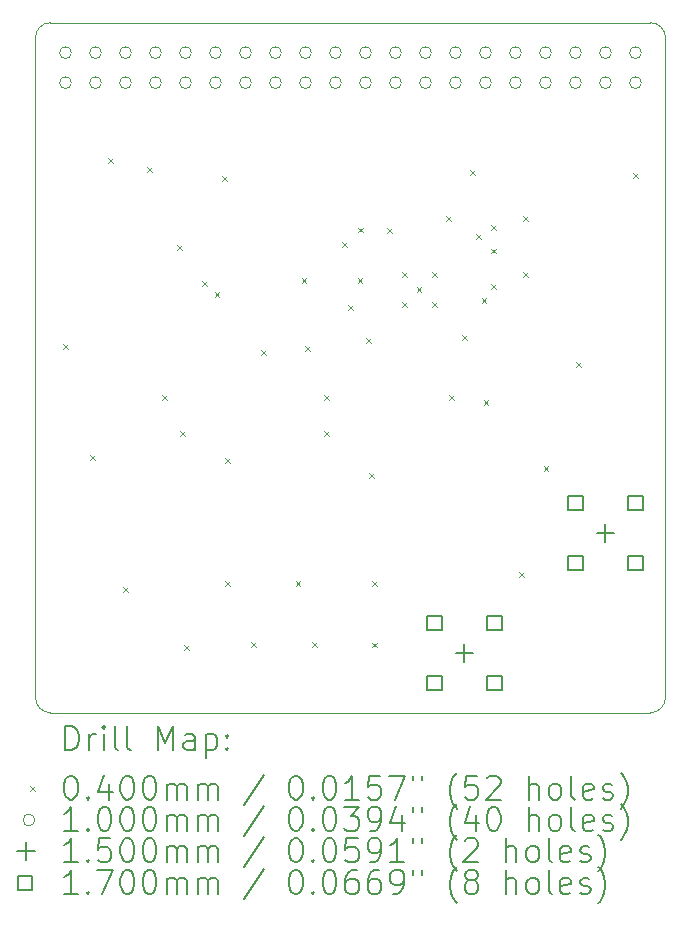
<source format=gbr>
%TF.GenerationSoftware,KiCad,Pcbnew,6.0.9-8da3e8f707~116~ubuntu20.04.1*%
%TF.CreationDate,2022-12-04T00:02:30+01:00*%
%TF.ProjectId,iqdac,69716461-632e-46b6-9963-61645f706362,rev?*%
%TF.SameCoordinates,Original*%
%TF.FileFunction,Drillmap*%
%TF.FilePolarity,Positive*%
%FSLAX45Y45*%
G04 Gerber Fmt 4.5, Leading zero omitted, Abs format (unit mm)*
G04 Created by KiCad (PCBNEW 6.0.9-8da3e8f707~116~ubuntu20.04.1) date 2022-12-04 00:02:30*
%MOMM*%
%LPD*%
G01*
G04 APERTURE LIST*
%ADD10C,0.100000*%
%ADD11C,0.200000*%
%ADD12C,0.040000*%
%ADD13C,0.150000*%
%ADD14C,0.170000*%
G04 APERTURE END LIST*
D10*
X13462000Y-10795000D02*
G75*
G03*
X13589000Y-10922000I127000J0D01*
G01*
X13462000Y-5207000D02*
X13462000Y-10795000D01*
X18796000Y-5207000D02*
G75*
G03*
X18669000Y-5080000I-127000J0D01*
G01*
X18669000Y-5080000D02*
X13589000Y-5080000D01*
X18796000Y-10795000D02*
X18796000Y-5207000D01*
X13589000Y-10922000D02*
X18669000Y-10922000D01*
X18669000Y-10922000D02*
G75*
G03*
X18796000Y-10795000I0J127000D01*
G01*
X13589000Y-5080000D02*
G75*
G03*
X13462000Y-5207000I0J-127000D01*
G01*
D11*
D12*
X13696000Y-7803200D02*
X13736000Y-7843200D01*
X13736000Y-7803200D02*
X13696000Y-7843200D01*
X13924600Y-8743000D02*
X13964600Y-8783000D01*
X13964600Y-8743000D02*
X13924600Y-8783000D01*
X14077000Y-6228400D02*
X14117000Y-6268400D01*
X14117000Y-6228400D02*
X14077000Y-6268400D01*
X14204000Y-9860600D02*
X14244000Y-9900600D01*
X14244000Y-9860600D02*
X14204000Y-9900600D01*
X14407200Y-6304600D02*
X14447200Y-6344600D01*
X14447200Y-6304600D02*
X14407200Y-6344600D01*
X14534200Y-8235000D02*
X14574200Y-8275000D01*
X14574200Y-8235000D02*
X14534200Y-8275000D01*
X14661200Y-6965000D02*
X14701200Y-7005000D01*
X14701200Y-6965000D02*
X14661200Y-7005000D01*
X14686600Y-8539800D02*
X14726600Y-8579800D01*
X14726600Y-8539800D02*
X14686600Y-8579800D01*
X14719620Y-10352110D02*
X14759620Y-10392110D01*
X14759620Y-10352110D02*
X14719620Y-10392110D01*
X14871380Y-7267150D02*
X14911380Y-7307150D01*
X14911380Y-7267150D02*
X14871380Y-7307150D01*
X14978700Y-7363780D02*
X15018700Y-7403780D01*
X15018700Y-7363780D02*
X14978700Y-7403780D01*
X15042200Y-6380800D02*
X15082200Y-6420800D01*
X15082200Y-6380800D02*
X15042200Y-6420800D01*
X15067600Y-8768400D02*
X15107600Y-8808400D01*
X15107600Y-8768400D02*
X15067600Y-8808400D01*
X15067600Y-9809800D02*
X15107600Y-9849800D01*
X15107600Y-9809800D02*
X15067600Y-9849800D01*
X15288320Y-10328000D02*
X15328320Y-10368000D01*
X15328320Y-10328000D02*
X15288320Y-10368000D01*
X15372400Y-7854000D02*
X15412400Y-7894000D01*
X15412400Y-7854000D02*
X15372400Y-7894000D01*
X15664350Y-9808550D02*
X15704350Y-9848550D01*
X15704350Y-9808550D02*
X15664350Y-9848550D01*
X15715300Y-7244400D02*
X15755300Y-7284400D01*
X15755300Y-7244400D02*
X15715300Y-7284400D01*
X15744800Y-7820000D02*
X15784800Y-7860000D01*
X15784800Y-7820000D02*
X15744800Y-7860000D01*
X15803940Y-10328000D02*
X15843940Y-10368000D01*
X15843940Y-10328000D02*
X15803940Y-10368000D01*
X15905800Y-8235000D02*
X15945800Y-8275000D01*
X15945800Y-8235000D02*
X15905800Y-8275000D01*
X15905800Y-8539800D02*
X15945800Y-8579800D01*
X15945800Y-8539800D02*
X15905800Y-8579800D01*
X16057830Y-6938410D02*
X16097830Y-6978410D01*
X16097830Y-6938410D02*
X16057830Y-6978410D01*
X16109000Y-7470000D02*
X16149000Y-7510000D01*
X16149000Y-7470000D02*
X16109000Y-7510000D01*
X16189950Y-7244400D02*
X16229950Y-7284400D01*
X16229950Y-7244400D02*
X16189950Y-7284400D01*
X16193260Y-6815760D02*
X16233260Y-6855760D01*
X16233260Y-6815760D02*
X16193260Y-6855760D01*
X16261400Y-7752400D02*
X16301400Y-7792400D01*
X16301400Y-7752400D02*
X16261400Y-7792400D01*
X16286800Y-8895400D02*
X16326800Y-8935400D01*
X16326800Y-8895400D02*
X16286800Y-8935400D01*
X16312200Y-9809800D02*
X16352200Y-9849800D01*
X16352200Y-9809800D02*
X16312200Y-9849800D01*
X16312200Y-10329250D02*
X16352200Y-10369250D01*
X16352200Y-10329250D02*
X16312200Y-10369250D01*
X16438520Y-6817670D02*
X16478520Y-6857670D01*
X16478520Y-6817670D02*
X16438520Y-6857670D01*
X16566200Y-7193600D02*
X16606200Y-7233600D01*
X16606200Y-7193600D02*
X16566200Y-7233600D01*
X16566200Y-7447600D02*
X16606200Y-7487600D01*
X16606200Y-7447600D02*
X16566200Y-7487600D01*
X16690000Y-7320000D02*
X16730000Y-7360000D01*
X16730000Y-7320000D02*
X16690000Y-7360000D01*
X16820200Y-7193600D02*
X16860200Y-7233600D01*
X16860200Y-7193600D02*
X16820200Y-7233600D01*
X16820200Y-7447600D02*
X16860200Y-7487600D01*
X16860200Y-7447600D02*
X16820200Y-7487600D01*
X16941620Y-6716440D02*
X16981620Y-6756440D01*
X16981620Y-6716440D02*
X16941620Y-6756440D01*
X16965430Y-8232420D02*
X17005430Y-8272420D01*
X17005430Y-8232420D02*
X16965430Y-8272420D01*
X17074200Y-7727000D02*
X17114200Y-7767000D01*
X17114200Y-7727000D02*
X17074200Y-7767000D01*
X17140000Y-6330000D02*
X17180000Y-6370000D01*
X17180000Y-6330000D02*
X17140000Y-6370000D01*
X17195845Y-6868755D02*
X17235845Y-6908755D01*
X17235845Y-6868755D02*
X17195845Y-6908755D01*
X17239300Y-7409500D02*
X17279300Y-7449500D01*
X17279300Y-7409500D02*
X17239300Y-7449500D01*
X17256420Y-8274510D02*
X17296420Y-8314510D01*
X17296420Y-8274510D02*
X17256420Y-8314510D01*
X17319390Y-6794050D02*
X17359390Y-6834050D01*
X17359390Y-6794050D02*
X17319390Y-6834050D01*
X17321480Y-6993000D02*
X17361480Y-7033000D01*
X17361480Y-6993000D02*
X17321480Y-7033000D01*
X17321830Y-7292530D02*
X17361830Y-7332530D01*
X17361830Y-7292530D02*
X17321830Y-7332530D01*
X17556800Y-9733600D02*
X17596800Y-9773600D01*
X17596800Y-9733600D02*
X17556800Y-9773600D01*
X17590720Y-6717510D02*
X17630720Y-6757510D01*
X17630720Y-6717510D02*
X17590720Y-6757510D01*
X17592660Y-7193620D02*
X17632660Y-7233620D01*
X17632660Y-7193620D02*
X17592660Y-7233620D01*
X17765080Y-8831900D02*
X17805080Y-8871900D01*
X17805080Y-8831900D02*
X17765080Y-8871900D01*
X18039400Y-7955600D02*
X18079400Y-7995600D01*
X18079400Y-7955600D02*
X18039400Y-7995600D01*
X18522000Y-6355400D02*
X18562000Y-6395400D01*
X18562000Y-6355400D02*
X18522000Y-6395400D01*
D10*
X13766000Y-5334000D02*
G75*
G03*
X13766000Y-5334000I-50000J0D01*
G01*
X13766000Y-5588000D02*
G75*
G03*
X13766000Y-5588000I-50000J0D01*
G01*
X14020000Y-5334000D02*
G75*
G03*
X14020000Y-5334000I-50000J0D01*
G01*
X14020000Y-5588000D02*
G75*
G03*
X14020000Y-5588000I-50000J0D01*
G01*
X14274000Y-5334000D02*
G75*
G03*
X14274000Y-5334000I-50000J0D01*
G01*
X14274000Y-5588000D02*
G75*
G03*
X14274000Y-5588000I-50000J0D01*
G01*
X14528000Y-5334000D02*
G75*
G03*
X14528000Y-5334000I-50000J0D01*
G01*
X14528000Y-5588000D02*
G75*
G03*
X14528000Y-5588000I-50000J0D01*
G01*
X14782000Y-5334000D02*
G75*
G03*
X14782000Y-5334000I-50000J0D01*
G01*
X14782000Y-5588000D02*
G75*
G03*
X14782000Y-5588000I-50000J0D01*
G01*
X15036000Y-5334000D02*
G75*
G03*
X15036000Y-5334000I-50000J0D01*
G01*
X15036000Y-5588000D02*
G75*
G03*
X15036000Y-5588000I-50000J0D01*
G01*
X15290000Y-5334000D02*
G75*
G03*
X15290000Y-5334000I-50000J0D01*
G01*
X15290000Y-5588000D02*
G75*
G03*
X15290000Y-5588000I-50000J0D01*
G01*
X15544000Y-5334000D02*
G75*
G03*
X15544000Y-5334000I-50000J0D01*
G01*
X15544000Y-5588000D02*
G75*
G03*
X15544000Y-5588000I-50000J0D01*
G01*
X15798000Y-5334000D02*
G75*
G03*
X15798000Y-5334000I-50000J0D01*
G01*
X15798000Y-5588000D02*
G75*
G03*
X15798000Y-5588000I-50000J0D01*
G01*
X16052000Y-5334000D02*
G75*
G03*
X16052000Y-5334000I-50000J0D01*
G01*
X16052000Y-5588000D02*
G75*
G03*
X16052000Y-5588000I-50000J0D01*
G01*
X16306000Y-5334000D02*
G75*
G03*
X16306000Y-5334000I-50000J0D01*
G01*
X16306000Y-5588000D02*
G75*
G03*
X16306000Y-5588000I-50000J0D01*
G01*
X16560000Y-5334000D02*
G75*
G03*
X16560000Y-5334000I-50000J0D01*
G01*
X16560000Y-5588000D02*
G75*
G03*
X16560000Y-5588000I-50000J0D01*
G01*
X16814000Y-5334000D02*
G75*
G03*
X16814000Y-5334000I-50000J0D01*
G01*
X16814000Y-5588000D02*
G75*
G03*
X16814000Y-5588000I-50000J0D01*
G01*
X17068000Y-5334000D02*
G75*
G03*
X17068000Y-5334000I-50000J0D01*
G01*
X17068000Y-5588000D02*
G75*
G03*
X17068000Y-5588000I-50000J0D01*
G01*
X17322000Y-5334000D02*
G75*
G03*
X17322000Y-5334000I-50000J0D01*
G01*
X17322000Y-5588000D02*
G75*
G03*
X17322000Y-5588000I-50000J0D01*
G01*
X17576000Y-5334000D02*
G75*
G03*
X17576000Y-5334000I-50000J0D01*
G01*
X17576000Y-5588000D02*
G75*
G03*
X17576000Y-5588000I-50000J0D01*
G01*
X17830000Y-5334000D02*
G75*
G03*
X17830000Y-5334000I-50000J0D01*
G01*
X17830000Y-5588000D02*
G75*
G03*
X17830000Y-5588000I-50000J0D01*
G01*
X18084000Y-5334000D02*
G75*
G03*
X18084000Y-5334000I-50000J0D01*
G01*
X18084000Y-5588000D02*
G75*
G03*
X18084000Y-5588000I-50000J0D01*
G01*
X18338000Y-5334000D02*
G75*
G03*
X18338000Y-5334000I-50000J0D01*
G01*
X18338000Y-5588000D02*
G75*
G03*
X18338000Y-5588000I-50000J0D01*
G01*
X18592000Y-5334000D02*
G75*
G03*
X18592000Y-5334000I-50000J0D01*
G01*
X18592000Y-5588000D02*
G75*
G03*
X18592000Y-5588000I-50000J0D01*
G01*
D13*
X17094200Y-10339000D02*
X17094200Y-10489000D01*
X17019200Y-10414000D02*
X17169200Y-10414000D01*
X18288000Y-9323000D02*
X18288000Y-9473000D01*
X18213000Y-9398000D02*
X18363000Y-9398000D01*
D14*
X16900305Y-10220105D02*
X16900305Y-10099895D01*
X16780095Y-10099895D01*
X16780095Y-10220105D01*
X16900305Y-10220105D01*
X16900305Y-10728105D02*
X16900305Y-10607895D01*
X16780095Y-10607895D01*
X16780095Y-10728105D01*
X16900305Y-10728105D01*
X17408305Y-10220105D02*
X17408305Y-10099895D01*
X17288095Y-10099895D01*
X17288095Y-10220105D01*
X17408305Y-10220105D01*
X17408305Y-10728105D02*
X17408305Y-10607895D01*
X17288095Y-10607895D01*
X17288095Y-10728105D01*
X17408305Y-10728105D01*
X18094105Y-9204105D02*
X18094105Y-9083895D01*
X17973895Y-9083895D01*
X17973895Y-9204105D01*
X18094105Y-9204105D01*
X18094105Y-9712105D02*
X18094105Y-9591895D01*
X17973895Y-9591895D01*
X17973895Y-9712105D01*
X18094105Y-9712105D01*
X18602105Y-9204105D02*
X18602105Y-9083895D01*
X18481895Y-9083895D01*
X18481895Y-9204105D01*
X18602105Y-9204105D01*
X18602105Y-9712105D02*
X18602105Y-9591895D01*
X18481895Y-9591895D01*
X18481895Y-9712105D01*
X18602105Y-9712105D01*
D11*
X13714619Y-11237476D02*
X13714619Y-11037476D01*
X13762238Y-11037476D01*
X13790809Y-11047000D01*
X13809857Y-11066048D01*
X13819381Y-11085095D01*
X13828905Y-11123190D01*
X13828905Y-11151762D01*
X13819381Y-11189857D01*
X13809857Y-11208905D01*
X13790809Y-11227952D01*
X13762238Y-11237476D01*
X13714619Y-11237476D01*
X13914619Y-11237476D02*
X13914619Y-11104143D01*
X13914619Y-11142238D02*
X13924143Y-11123190D01*
X13933667Y-11113667D01*
X13952714Y-11104143D01*
X13971762Y-11104143D01*
X14038428Y-11237476D02*
X14038428Y-11104143D01*
X14038428Y-11037476D02*
X14028905Y-11047000D01*
X14038428Y-11056524D01*
X14047952Y-11047000D01*
X14038428Y-11037476D01*
X14038428Y-11056524D01*
X14162238Y-11237476D02*
X14143190Y-11227952D01*
X14133667Y-11208905D01*
X14133667Y-11037476D01*
X14267000Y-11237476D02*
X14247952Y-11227952D01*
X14238428Y-11208905D01*
X14238428Y-11037476D01*
X14495571Y-11237476D02*
X14495571Y-11037476D01*
X14562238Y-11180333D01*
X14628905Y-11037476D01*
X14628905Y-11237476D01*
X14809857Y-11237476D02*
X14809857Y-11132714D01*
X14800333Y-11113667D01*
X14781286Y-11104143D01*
X14743190Y-11104143D01*
X14724143Y-11113667D01*
X14809857Y-11227952D02*
X14790809Y-11237476D01*
X14743190Y-11237476D01*
X14724143Y-11227952D01*
X14714619Y-11208905D01*
X14714619Y-11189857D01*
X14724143Y-11170810D01*
X14743190Y-11161286D01*
X14790809Y-11161286D01*
X14809857Y-11151762D01*
X14905095Y-11104143D02*
X14905095Y-11304143D01*
X14905095Y-11113667D02*
X14924143Y-11104143D01*
X14962238Y-11104143D01*
X14981286Y-11113667D01*
X14990809Y-11123190D01*
X15000333Y-11142238D01*
X15000333Y-11199381D01*
X14990809Y-11218428D01*
X14981286Y-11227952D01*
X14962238Y-11237476D01*
X14924143Y-11237476D01*
X14905095Y-11227952D01*
X15086048Y-11218428D02*
X15095571Y-11227952D01*
X15086048Y-11237476D01*
X15076524Y-11227952D01*
X15086048Y-11218428D01*
X15086048Y-11237476D01*
X15086048Y-11113667D02*
X15095571Y-11123190D01*
X15086048Y-11132714D01*
X15076524Y-11123190D01*
X15086048Y-11113667D01*
X15086048Y-11132714D01*
D12*
X13417000Y-11547000D02*
X13457000Y-11587000D01*
X13457000Y-11547000D02*
X13417000Y-11587000D01*
D11*
X13752714Y-11457476D02*
X13771762Y-11457476D01*
X13790809Y-11467000D01*
X13800333Y-11476524D01*
X13809857Y-11495571D01*
X13819381Y-11533667D01*
X13819381Y-11581286D01*
X13809857Y-11619381D01*
X13800333Y-11638428D01*
X13790809Y-11647952D01*
X13771762Y-11657476D01*
X13752714Y-11657476D01*
X13733667Y-11647952D01*
X13724143Y-11638428D01*
X13714619Y-11619381D01*
X13705095Y-11581286D01*
X13705095Y-11533667D01*
X13714619Y-11495571D01*
X13724143Y-11476524D01*
X13733667Y-11467000D01*
X13752714Y-11457476D01*
X13905095Y-11638428D02*
X13914619Y-11647952D01*
X13905095Y-11657476D01*
X13895571Y-11647952D01*
X13905095Y-11638428D01*
X13905095Y-11657476D01*
X14086048Y-11524143D02*
X14086048Y-11657476D01*
X14038428Y-11447952D02*
X13990809Y-11590809D01*
X14114619Y-11590809D01*
X14228905Y-11457476D02*
X14247952Y-11457476D01*
X14267000Y-11467000D01*
X14276524Y-11476524D01*
X14286048Y-11495571D01*
X14295571Y-11533667D01*
X14295571Y-11581286D01*
X14286048Y-11619381D01*
X14276524Y-11638428D01*
X14267000Y-11647952D01*
X14247952Y-11657476D01*
X14228905Y-11657476D01*
X14209857Y-11647952D01*
X14200333Y-11638428D01*
X14190809Y-11619381D01*
X14181286Y-11581286D01*
X14181286Y-11533667D01*
X14190809Y-11495571D01*
X14200333Y-11476524D01*
X14209857Y-11467000D01*
X14228905Y-11457476D01*
X14419381Y-11457476D02*
X14438428Y-11457476D01*
X14457476Y-11467000D01*
X14467000Y-11476524D01*
X14476524Y-11495571D01*
X14486048Y-11533667D01*
X14486048Y-11581286D01*
X14476524Y-11619381D01*
X14467000Y-11638428D01*
X14457476Y-11647952D01*
X14438428Y-11657476D01*
X14419381Y-11657476D01*
X14400333Y-11647952D01*
X14390809Y-11638428D01*
X14381286Y-11619381D01*
X14371762Y-11581286D01*
X14371762Y-11533667D01*
X14381286Y-11495571D01*
X14390809Y-11476524D01*
X14400333Y-11467000D01*
X14419381Y-11457476D01*
X14571762Y-11657476D02*
X14571762Y-11524143D01*
X14571762Y-11543190D02*
X14581286Y-11533667D01*
X14600333Y-11524143D01*
X14628905Y-11524143D01*
X14647952Y-11533667D01*
X14657476Y-11552714D01*
X14657476Y-11657476D01*
X14657476Y-11552714D02*
X14667000Y-11533667D01*
X14686048Y-11524143D01*
X14714619Y-11524143D01*
X14733667Y-11533667D01*
X14743190Y-11552714D01*
X14743190Y-11657476D01*
X14838428Y-11657476D02*
X14838428Y-11524143D01*
X14838428Y-11543190D02*
X14847952Y-11533667D01*
X14867000Y-11524143D01*
X14895571Y-11524143D01*
X14914619Y-11533667D01*
X14924143Y-11552714D01*
X14924143Y-11657476D01*
X14924143Y-11552714D02*
X14933667Y-11533667D01*
X14952714Y-11524143D01*
X14981286Y-11524143D01*
X15000333Y-11533667D01*
X15009857Y-11552714D01*
X15009857Y-11657476D01*
X15400333Y-11447952D02*
X15228905Y-11705095D01*
X15657476Y-11457476D02*
X15676524Y-11457476D01*
X15695571Y-11467000D01*
X15705095Y-11476524D01*
X15714619Y-11495571D01*
X15724143Y-11533667D01*
X15724143Y-11581286D01*
X15714619Y-11619381D01*
X15705095Y-11638428D01*
X15695571Y-11647952D01*
X15676524Y-11657476D01*
X15657476Y-11657476D01*
X15638428Y-11647952D01*
X15628905Y-11638428D01*
X15619381Y-11619381D01*
X15609857Y-11581286D01*
X15609857Y-11533667D01*
X15619381Y-11495571D01*
X15628905Y-11476524D01*
X15638428Y-11467000D01*
X15657476Y-11457476D01*
X15809857Y-11638428D02*
X15819381Y-11647952D01*
X15809857Y-11657476D01*
X15800333Y-11647952D01*
X15809857Y-11638428D01*
X15809857Y-11657476D01*
X15943190Y-11457476D02*
X15962238Y-11457476D01*
X15981286Y-11467000D01*
X15990809Y-11476524D01*
X16000333Y-11495571D01*
X16009857Y-11533667D01*
X16009857Y-11581286D01*
X16000333Y-11619381D01*
X15990809Y-11638428D01*
X15981286Y-11647952D01*
X15962238Y-11657476D01*
X15943190Y-11657476D01*
X15924143Y-11647952D01*
X15914619Y-11638428D01*
X15905095Y-11619381D01*
X15895571Y-11581286D01*
X15895571Y-11533667D01*
X15905095Y-11495571D01*
X15914619Y-11476524D01*
X15924143Y-11467000D01*
X15943190Y-11457476D01*
X16200333Y-11657476D02*
X16086048Y-11657476D01*
X16143190Y-11657476D02*
X16143190Y-11457476D01*
X16124143Y-11486048D01*
X16105095Y-11505095D01*
X16086048Y-11514619D01*
X16381286Y-11457476D02*
X16286048Y-11457476D01*
X16276524Y-11552714D01*
X16286048Y-11543190D01*
X16305095Y-11533667D01*
X16352714Y-11533667D01*
X16371762Y-11543190D01*
X16381286Y-11552714D01*
X16390809Y-11571762D01*
X16390809Y-11619381D01*
X16381286Y-11638428D01*
X16371762Y-11647952D01*
X16352714Y-11657476D01*
X16305095Y-11657476D01*
X16286048Y-11647952D01*
X16276524Y-11638428D01*
X16457476Y-11457476D02*
X16590809Y-11457476D01*
X16505095Y-11657476D01*
X16657476Y-11457476D02*
X16657476Y-11495571D01*
X16733667Y-11457476D02*
X16733667Y-11495571D01*
X17028905Y-11733667D02*
X17019381Y-11724143D01*
X17000333Y-11695571D01*
X16990810Y-11676524D01*
X16981286Y-11647952D01*
X16971762Y-11600333D01*
X16971762Y-11562238D01*
X16981286Y-11514619D01*
X16990810Y-11486048D01*
X17000333Y-11467000D01*
X17019381Y-11438428D01*
X17028905Y-11428905D01*
X17200333Y-11457476D02*
X17105095Y-11457476D01*
X17095571Y-11552714D01*
X17105095Y-11543190D01*
X17124143Y-11533667D01*
X17171762Y-11533667D01*
X17190810Y-11543190D01*
X17200333Y-11552714D01*
X17209857Y-11571762D01*
X17209857Y-11619381D01*
X17200333Y-11638428D01*
X17190810Y-11647952D01*
X17171762Y-11657476D01*
X17124143Y-11657476D01*
X17105095Y-11647952D01*
X17095571Y-11638428D01*
X17286048Y-11476524D02*
X17295571Y-11467000D01*
X17314619Y-11457476D01*
X17362238Y-11457476D01*
X17381286Y-11467000D01*
X17390810Y-11476524D01*
X17400333Y-11495571D01*
X17400333Y-11514619D01*
X17390810Y-11543190D01*
X17276524Y-11657476D01*
X17400333Y-11657476D01*
X17638429Y-11657476D02*
X17638429Y-11457476D01*
X17724143Y-11657476D02*
X17724143Y-11552714D01*
X17714619Y-11533667D01*
X17695571Y-11524143D01*
X17667000Y-11524143D01*
X17647952Y-11533667D01*
X17638429Y-11543190D01*
X17847952Y-11657476D02*
X17828905Y-11647952D01*
X17819381Y-11638428D01*
X17809857Y-11619381D01*
X17809857Y-11562238D01*
X17819381Y-11543190D01*
X17828905Y-11533667D01*
X17847952Y-11524143D01*
X17876524Y-11524143D01*
X17895571Y-11533667D01*
X17905095Y-11543190D01*
X17914619Y-11562238D01*
X17914619Y-11619381D01*
X17905095Y-11638428D01*
X17895571Y-11647952D01*
X17876524Y-11657476D01*
X17847952Y-11657476D01*
X18028905Y-11657476D02*
X18009857Y-11647952D01*
X18000333Y-11628905D01*
X18000333Y-11457476D01*
X18181286Y-11647952D02*
X18162238Y-11657476D01*
X18124143Y-11657476D01*
X18105095Y-11647952D01*
X18095571Y-11628905D01*
X18095571Y-11552714D01*
X18105095Y-11533667D01*
X18124143Y-11524143D01*
X18162238Y-11524143D01*
X18181286Y-11533667D01*
X18190810Y-11552714D01*
X18190810Y-11571762D01*
X18095571Y-11590809D01*
X18267000Y-11647952D02*
X18286048Y-11657476D01*
X18324143Y-11657476D01*
X18343190Y-11647952D01*
X18352714Y-11628905D01*
X18352714Y-11619381D01*
X18343190Y-11600333D01*
X18324143Y-11590809D01*
X18295571Y-11590809D01*
X18276524Y-11581286D01*
X18267000Y-11562238D01*
X18267000Y-11552714D01*
X18276524Y-11533667D01*
X18295571Y-11524143D01*
X18324143Y-11524143D01*
X18343190Y-11533667D01*
X18419381Y-11733667D02*
X18428905Y-11724143D01*
X18447952Y-11695571D01*
X18457476Y-11676524D01*
X18467000Y-11647952D01*
X18476524Y-11600333D01*
X18476524Y-11562238D01*
X18467000Y-11514619D01*
X18457476Y-11486048D01*
X18447952Y-11467000D01*
X18428905Y-11438428D01*
X18419381Y-11428905D01*
D10*
X13457000Y-11831000D02*
G75*
G03*
X13457000Y-11831000I-50000J0D01*
G01*
D11*
X13819381Y-11921476D02*
X13705095Y-11921476D01*
X13762238Y-11921476D02*
X13762238Y-11721476D01*
X13743190Y-11750048D01*
X13724143Y-11769095D01*
X13705095Y-11778619D01*
X13905095Y-11902428D02*
X13914619Y-11911952D01*
X13905095Y-11921476D01*
X13895571Y-11911952D01*
X13905095Y-11902428D01*
X13905095Y-11921476D01*
X14038428Y-11721476D02*
X14057476Y-11721476D01*
X14076524Y-11731000D01*
X14086048Y-11740524D01*
X14095571Y-11759571D01*
X14105095Y-11797667D01*
X14105095Y-11845286D01*
X14095571Y-11883381D01*
X14086048Y-11902428D01*
X14076524Y-11911952D01*
X14057476Y-11921476D01*
X14038428Y-11921476D01*
X14019381Y-11911952D01*
X14009857Y-11902428D01*
X14000333Y-11883381D01*
X13990809Y-11845286D01*
X13990809Y-11797667D01*
X14000333Y-11759571D01*
X14009857Y-11740524D01*
X14019381Y-11731000D01*
X14038428Y-11721476D01*
X14228905Y-11721476D02*
X14247952Y-11721476D01*
X14267000Y-11731000D01*
X14276524Y-11740524D01*
X14286048Y-11759571D01*
X14295571Y-11797667D01*
X14295571Y-11845286D01*
X14286048Y-11883381D01*
X14276524Y-11902428D01*
X14267000Y-11911952D01*
X14247952Y-11921476D01*
X14228905Y-11921476D01*
X14209857Y-11911952D01*
X14200333Y-11902428D01*
X14190809Y-11883381D01*
X14181286Y-11845286D01*
X14181286Y-11797667D01*
X14190809Y-11759571D01*
X14200333Y-11740524D01*
X14209857Y-11731000D01*
X14228905Y-11721476D01*
X14419381Y-11721476D02*
X14438428Y-11721476D01*
X14457476Y-11731000D01*
X14467000Y-11740524D01*
X14476524Y-11759571D01*
X14486048Y-11797667D01*
X14486048Y-11845286D01*
X14476524Y-11883381D01*
X14467000Y-11902428D01*
X14457476Y-11911952D01*
X14438428Y-11921476D01*
X14419381Y-11921476D01*
X14400333Y-11911952D01*
X14390809Y-11902428D01*
X14381286Y-11883381D01*
X14371762Y-11845286D01*
X14371762Y-11797667D01*
X14381286Y-11759571D01*
X14390809Y-11740524D01*
X14400333Y-11731000D01*
X14419381Y-11721476D01*
X14571762Y-11921476D02*
X14571762Y-11788143D01*
X14571762Y-11807190D02*
X14581286Y-11797667D01*
X14600333Y-11788143D01*
X14628905Y-11788143D01*
X14647952Y-11797667D01*
X14657476Y-11816714D01*
X14657476Y-11921476D01*
X14657476Y-11816714D02*
X14667000Y-11797667D01*
X14686048Y-11788143D01*
X14714619Y-11788143D01*
X14733667Y-11797667D01*
X14743190Y-11816714D01*
X14743190Y-11921476D01*
X14838428Y-11921476D02*
X14838428Y-11788143D01*
X14838428Y-11807190D02*
X14847952Y-11797667D01*
X14867000Y-11788143D01*
X14895571Y-11788143D01*
X14914619Y-11797667D01*
X14924143Y-11816714D01*
X14924143Y-11921476D01*
X14924143Y-11816714D02*
X14933667Y-11797667D01*
X14952714Y-11788143D01*
X14981286Y-11788143D01*
X15000333Y-11797667D01*
X15009857Y-11816714D01*
X15009857Y-11921476D01*
X15400333Y-11711952D02*
X15228905Y-11969095D01*
X15657476Y-11721476D02*
X15676524Y-11721476D01*
X15695571Y-11731000D01*
X15705095Y-11740524D01*
X15714619Y-11759571D01*
X15724143Y-11797667D01*
X15724143Y-11845286D01*
X15714619Y-11883381D01*
X15705095Y-11902428D01*
X15695571Y-11911952D01*
X15676524Y-11921476D01*
X15657476Y-11921476D01*
X15638428Y-11911952D01*
X15628905Y-11902428D01*
X15619381Y-11883381D01*
X15609857Y-11845286D01*
X15609857Y-11797667D01*
X15619381Y-11759571D01*
X15628905Y-11740524D01*
X15638428Y-11731000D01*
X15657476Y-11721476D01*
X15809857Y-11902428D02*
X15819381Y-11911952D01*
X15809857Y-11921476D01*
X15800333Y-11911952D01*
X15809857Y-11902428D01*
X15809857Y-11921476D01*
X15943190Y-11721476D02*
X15962238Y-11721476D01*
X15981286Y-11731000D01*
X15990809Y-11740524D01*
X16000333Y-11759571D01*
X16009857Y-11797667D01*
X16009857Y-11845286D01*
X16000333Y-11883381D01*
X15990809Y-11902428D01*
X15981286Y-11911952D01*
X15962238Y-11921476D01*
X15943190Y-11921476D01*
X15924143Y-11911952D01*
X15914619Y-11902428D01*
X15905095Y-11883381D01*
X15895571Y-11845286D01*
X15895571Y-11797667D01*
X15905095Y-11759571D01*
X15914619Y-11740524D01*
X15924143Y-11731000D01*
X15943190Y-11721476D01*
X16076524Y-11721476D02*
X16200333Y-11721476D01*
X16133667Y-11797667D01*
X16162238Y-11797667D01*
X16181286Y-11807190D01*
X16190809Y-11816714D01*
X16200333Y-11835762D01*
X16200333Y-11883381D01*
X16190809Y-11902428D01*
X16181286Y-11911952D01*
X16162238Y-11921476D01*
X16105095Y-11921476D01*
X16086048Y-11911952D01*
X16076524Y-11902428D01*
X16295571Y-11921476D02*
X16333667Y-11921476D01*
X16352714Y-11911952D01*
X16362238Y-11902428D01*
X16381286Y-11873857D01*
X16390809Y-11835762D01*
X16390809Y-11759571D01*
X16381286Y-11740524D01*
X16371762Y-11731000D01*
X16352714Y-11721476D01*
X16314619Y-11721476D01*
X16295571Y-11731000D01*
X16286048Y-11740524D01*
X16276524Y-11759571D01*
X16276524Y-11807190D01*
X16286048Y-11826238D01*
X16295571Y-11835762D01*
X16314619Y-11845286D01*
X16352714Y-11845286D01*
X16371762Y-11835762D01*
X16381286Y-11826238D01*
X16390809Y-11807190D01*
X16562238Y-11788143D02*
X16562238Y-11921476D01*
X16514619Y-11711952D02*
X16467000Y-11854809D01*
X16590809Y-11854809D01*
X16657476Y-11721476D02*
X16657476Y-11759571D01*
X16733667Y-11721476D02*
X16733667Y-11759571D01*
X17028905Y-11997667D02*
X17019381Y-11988143D01*
X17000333Y-11959571D01*
X16990810Y-11940524D01*
X16981286Y-11911952D01*
X16971762Y-11864333D01*
X16971762Y-11826238D01*
X16981286Y-11778619D01*
X16990810Y-11750048D01*
X17000333Y-11731000D01*
X17019381Y-11702428D01*
X17028905Y-11692905D01*
X17190810Y-11788143D02*
X17190810Y-11921476D01*
X17143190Y-11711952D02*
X17095571Y-11854809D01*
X17219381Y-11854809D01*
X17333667Y-11721476D02*
X17352714Y-11721476D01*
X17371762Y-11731000D01*
X17381286Y-11740524D01*
X17390810Y-11759571D01*
X17400333Y-11797667D01*
X17400333Y-11845286D01*
X17390810Y-11883381D01*
X17381286Y-11902428D01*
X17371762Y-11911952D01*
X17352714Y-11921476D01*
X17333667Y-11921476D01*
X17314619Y-11911952D01*
X17305095Y-11902428D01*
X17295571Y-11883381D01*
X17286048Y-11845286D01*
X17286048Y-11797667D01*
X17295571Y-11759571D01*
X17305095Y-11740524D01*
X17314619Y-11731000D01*
X17333667Y-11721476D01*
X17638429Y-11921476D02*
X17638429Y-11721476D01*
X17724143Y-11921476D02*
X17724143Y-11816714D01*
X17714619Y-11797667D01*
X17695571Y-11788143D01*
X17667000Y-11788143D01*
X17647952Y-11797667D01*
X17638429Y-11807190D01*
X17847952Y-11921476D02*
X17828905Y-11911952D01*
X17819381Y-11902428D01*
X17809857Y-11883381D01*
X17809857Y-11826238D01*
X17819381Y-11807190D01*
X17828905Y-11797667D01*
X17847952Y-11788143D01*
X17876524Y-11788143D01*
X17895571Y-11797667D01*
X17905095Y-11807190D01*
X17914619Y-11826238D01*
X17914619Y-11883381D01*
X17905095Y-11902428D01*
X17895571Y-11911952D01*
X17876524Y-11921476D01*
X17847952Y-11921476D01*
X18028905Y-11921476D02*
X18009857Y-11911952D01*
X18000333Y-11892905D01*
X18000333Y-11721476D01*
X18181286Y-11911952D02*
X18162238Y-11921476D01*
X18124143Y-11921476D01*
X18105095Y-11911952D01*
X18095571Y-11892905D01*
X18095571Y-11816714D01*
X18105095Y-11797667D01*
X18124143Y-11788143D01*
X18162238Y-11788143D01*
X18181286Y-11797667D01*
X18190810Y-11816714D01*
X18190810Y-11835762D01*
X18095571Y-11854809D01*
X18267000Y-11911952D02*
X18286048Y-11921476D01*
X18324143Y-11921476D01*
X18343190Y-11911952D01*
X18352714Y-11892905D01*
X18352714Y-11883381D01*
X18343190Y-11864333D01*
X18324143Y-11854809D01*
X18295571Y-11854809D01*
X18276524Y-11845286D01*
X18267000Y-11826238D01*
X18267000Y-11816714D01*
X18276524Y-11797667D01*
X18295571Y-11788143D01*
X18324143Y-11788143D01*
X18343190Y-11797667D01*
X18419381Y-11997667D02*
X18428905Y-11988143D01*
X18447952Y-11959571D01*
X18457476Y-11940524D01*
X18467000Y-11911952D01*
X18476524Y-11864333D01*
X18476524Y-11826238D01*
X18467000Y-11778619D01*
X18457476Y-11750048D01*
X18447952Y-11731000D01*
X18428905Y-11702428D01*
X18419381Y-11692905D01*
D13*
X13382000Y-12020000D02*
X13382000Y-12170000D01*
X13307000Y-12095000D02*
X13457000Y-12095000D01*
D11*
X13819381Y-12185476D02*
X13705095Y-12185476D01*
X13762238Y-12185476D02*
X13762238Y-11985476D01*
X13743190Y-12014048D01*
X13724143Y-12033095D01*
X13705095Y-12042619D01*
X13905095Y-12166428D02*
X13914619Y-12175952D01*
X13905095Y-12185476D01*
X13895571Y-12175952D01*
X13905095Y-12166428D01*
X13905095Y-12185476D01*
X14095571Y-11985476D02*
X14000333Y-11985476D01*
X13990809Y-12080714D01*
X14000333Y-12071190D01*
X14019381Y-12061667D01*
X14067000Y-12061667D01*
X14086048Y-12071190D01*
X14095571Y-12080714D01*
X14105095Y-12099762D01*
X14105095Y-12147381D01*
X14095571Y-12166428D01*
X14086048Y-12175952D01*
X14067000Y-12185476D01*
X14019381Y-12185476D01*
X14000333Y-12175952D01*
X13990809Y-12166428D01*
X14228905Y-11985476D02*
X14247952Y-11985476D01*
X14267000Y-11995000D01*
X14276524Y-12004524D01*
X14286048Y-12023571D01*
X14295571Y-12061667D01*
X14295571Y-12109286D01*
X14286048Y-12147381D01*
X14276524Y-12166428D01*
X14267000Y-12175952D01*
X14247952Y-12185476D01*
X14228905Y-12185476D01*
X14209857Y-12175952D01*
X14200333Y-12166428D01*
X14190809Y-12147381D01*
X14181286Y-12109286D01*
X14181286Y-12061667D01*
X14190809Y-12023571D01*
X14200333Y-12004524D01*
X14209857Y-11995000D01*
X14228905Y-11985476D01*
X14419381Y-11985476D02*
X14438428Y-11985476D01*
X14457476Y-11995000D01*
X14467000Y-12004524D01*
X14476524Y-12023571D01*
X14486048Y-12061667D01*
X14486048Y-12109286D01*
X14476524Y-12147381D01*
X14467000Y-12166428D01*
X14457476Y-12175952D01*
X14438428Y-12185476D01*
X14419381Y-12185476D01*
X14400333Y-12175952D01*
X14390809Y-12166428D01*
X14381286Y-12147381D01*
X14371762Y-12109286D01*
X14371762Y-12061667D01*
X14381286Y-12023571D01*
X14390809Y-12004524D01*
X14400333Y-11995000D01*
X14419381Y-11985476D01*
X14571762Y-12185476D02*
X14571762Y-12052143D01*
X14571762Y-12071190D02*
X14581286Y-12061667D01*
X14600333Y-12052143D01*
X14628905Y-12052143D01*
X14647952Y-12061667D01*
X14657476Y-12080714D01*
X14657476Y-12185476D01*
X14657476Y-12080714D02*
X14667000Y-12061667D01*
X14686048Y-12052143D01*
X14714619Y-12052143D01*
X14733667Y-12061667D01*
X14743190Y-12080714D01*
X14743190Y-12185476D01*
X14838428Y-12185476D02*
X14838428Y-12052143D01*
X14838428Y-12071190D02*
X14847952Y-12061667D01*
X14867000Y-12052143D01*
X14895571Y-12052143D01*
X14914619Y-12061667D01*
X14924143Y-12080714D01*
X14924143Y-12185476D01*
X14924143Y-12080714D02*
X14933667Y-12061667D01*
X14952714Y-12052143D01*
X14981286Y-12052143D01*
X15000333Y-12061667D01*
X15009857Y-12080714D01*
X15009857Y-12185476D01*
X15400333Y-11975952D02*
X15228905Y-12233095D01*
X15657476Y-11985476D02*
X15676524Y-11985476D01*
X15695571Y-11995000D01*
X15705095Y-12004524D01*
X15714619Y-12023571D01*
X15724143Y-12061667D01*
X15724143Y-12109286D01*
X15714619Y-12147381D01*
X15705095Y-12166428D01*
X15695571Y-12175952D01*
X15676524Y-12185476D01*
X15657476Y-12185476D01*
X15638428Y-12175952D01*
X15628905Y-12166428D01*
X15619381Y-12147381D01*
X15609857Y-12109286D01*
X15609857Y-12061667D01*
X15619381Y-12023571D01*
X15628905Y-12004524D01*
X15638428Y-11995000D01*
X15657476Y-11985476D01*
X15809857Y-12166428D02*
X15819381Y-12175952D01*
X15809857Y-12185476D01*
X15800333Y-12175952D01*
X15809857Y-12166428D01*
X15809857Y-12185476D01*
X15943190Y-11985476D02*
X15962238Y-11985476D01*
X15981286Y-11995000D01*
X15990809Y-12004524D01*
X16000333Y-12023571D01*
X16009857Y-12061667D01*
X16009857Y-12109286D01*
X16000333Y-12147381D01*
X15990809Y-12166428D01*
X15981286Y-12175952D01*
X15962238Y-12185476D01*
X15943190Y-12185476D01*
X15924143Y-12175952D01*
X15914619Y-12166428D01*
X15905095Y-12147381D01*
X15895571Y-12109286D01*
X15895571Y-12061667D01*
X15905095Y-12023571D01*
X15914619Y-12004524D01*
X15924143Y-11995000D01*
X15943190Y-11985476D01*
X16190809Y-11985476D02*
X16095571Y-11985476D01*
X16086048Y-12080714D01*
X16095571Y-12071190D01*
X16114619Y-12061667D01*
X16162238Y-12061667D01*
X16181286Y-12071190D01*
X16190809Y-12080714D01*
X16200333Y-12099762D01*
X16200333Y-12147381D01*
X16190809Y-12166428D01*
X16181286Y-12175952D01*
X16162238Y-12185476D01*
X16114619Y-12185476D01*
X16095571Y-12175952D01*
X16086048Y-12166428D01*
X16295571Y-12185476D02*
X16333667Y-12185476D01*
X16352714Y-12175952D01*
X16362238Y-12166428D01*
X16381286Y-12137857D01*
X16390809Y-12099762D01*
X16390809Y-12023571D01*
X16381286Y-12004524D01*
X16371762Y-11995000D01*
X16352714Y-11985476D01*
X16314619Y-11985476D01*
X16295571Y-11995000D01*
X16286048Y-12004524D01*
X16276524Y-12023571D01*
X16276524Y-12071190D01*
X16286048Y-12090238D01*
X16295571Y-12099762D01*
X16314619Y-12109286D01*
X16352714Y-12109286D01*
X16371762Y-12099762D01*
X16381286Y-12090238D01*
X16390809Y-12071190D01*
X16581286Y-12185476D02*
X16467000Y-12185476D01*
X16524143Y-12185476D02*
X16524143Y-11985476D01*
X16505095Y-12014048D01*
X16486048Y-12033095D01*
X16467000Y-12042619D01*
X16657476Y-11985476D02*
X16657476Y-12023571D01*
X16733667Y-11985476D02*
X16733667Y-12023571D01*
X17028905Y-12261667D02*
X17019381Y-12252143D01*
X17000333Y-12223571D01*
X16990810Y-12204524D01*
X16981286Y-12175952D01*
X16971762Y-12128333D01*
X16971762Y-12090238D01*
X16981286Y-12042619D01*
X16990810Y-12014048D01*
X17000333Y-11995000D01*
X17019381Y-11966428D01*
X17028905Y-11956905D01*
X17095571Y-12004524D02*
X17105095Y-11995000D01*
X17124143Y-11985476D01*
X17171762Y-11985476D01*
X17190810Y-11995000D01*
X17200333Y-12004524D01*
X17209857Y-12023571D01*
X17209857Y-12042619D01*
X17200333Y-12071190D01*
X17086048Y-12185476D01*
X17209857Y-12185476D01*
X17447952Y-12185476D02*
X17447952Y-11985476D01*
X17533667Y-12185476D02*
X17533667Y-12080714D01*
X17524143Y-12061667D01*
X17505095Y-12052143D01*
X17476524Y-12052143D01*
X17457476Y-12061667D01*
X17447952Y-12071190D01*
X17657476Y-12185476D02*
X17638429Y-12175952D01*
X17628905Y-12166428D01*
X17619381Y-12147381D01*
X17619381Y-12090238D01*
X17628905Y-12071190D01*
X17638429Y-12061667D01*
X17657476Y-12052143D01*
X17686048Y-12052143D01*
X17705095Y-12061667D01*
X17714619Y-12071190D01*
X17724143Y-12090238D01*
X17724143Y-12147381D01*
X17714619Y-12166428D01*
X17705095Y-12175952D01*
X17686048Y-12185476D01*
X17657476Y-12185476D01*
X17838429Y-12185476D02*
X17819381Y-12175952D01*
X17809857Y-12156905D01*
X17809857Y-11985476D01*
X17990810Y-12175952D02*
X17971762Y-12185476D01*
X17933667Y-12185476D01*
X17914619Y-12175952D01*
X17905095Y-12156905D01*
X17905095Y-12080714D01*
X17914619Y-12061667D01*
X17933667Y-12052143D01*
X17971762Y-12052143D01*
X17990810Y-12061667D01*
X18000333Y-12080714D01*
X18000333Y-12099762D01*
X17905095Y-12118809D01*
X18076524Y-12175952D02*
X18095571Y-12185476D01*
X18133667Y-12185476D01*
X18152714Y-12175952D01*
X18162238Y-12156905D01*
X18162238Y-12147381D01*
X18152714Y-12128333D01*
X18133667Y-12118809D01*
X18105095Y-12118809D01*
X18086048Y-12109286D01*
X18076524Y-12090238D01*
X18076524Y-12080714D01*
X18086048Y-12061667D01*
X18105095Y-12052143D01*
X18133667Y-12052143D01*
X18152714Y-12061667D01*
X18228905Y-12261667D02*
X18238429Y-12252143D01*
X18257476Y-12223571D01*
X18267000Y-12204524D01*
X18276524Y-12175952D01*
X18286048Y-12128333D01*
X18286048Y-12090238D01*
X18276524Y-12042619D01*
X18267000Y-12014048D01*
X18257476Y-11995000D01*
X18238429Y-11966428D01*
X18228905Y-11956905D01*
D14*
X13432105Y-12425105D02*
X13432105Y-12304895D01*
X13311895Y-12304895D01*
X13311895Y-12425105D01*
X13432105Y-12425105D01*
D11*
X13819381Y-12455476D02*
X13705095Y-12455476D01*
X13762238Y-12455476D02*
X13762238Y-12255476D01*
X13743190Y-12284048D01*
X13724143Y-12303095D01*
X13705095Y-12312619D01*
X13905095Y-12436428D02*
X13914619Y-12445952D01*
X13905095Y-12455476D01*
X13895571Y-12445952D01*
X13905095Y-12436428D01*
X13905095Y-12455476D01*
X13981286Y-12255476D02*
X14114619Y-12255476D01*
X14028905Y-12455476D01*
X14228905Y-12255476D02*
X14247952Y-12255476D01*
X14267000Y-12265000D01*
X14276524Y-12274524D01*
X14286048Y-12293571D01*
X14295571Y-12331667D01*
X14295571Y-12379286D01*
X14286048Y-12417381D01*
X14276524Y-12436428D01*
X14267000Y-12445952D01*
X14247952Y-12455476D01*
X14228905Y-12455476D01*
X14209857Y-12445952D01*
X14200333Y-12436428D01*
X14190809Y-12417381D01*
X14181286Y-12379286D01*
X14181286Y-12331667D01*
X14190809Y-12293571D01*
X14200333Y-12274524D01*
X14209857Y-12265000D01*
X14228905Y-12255476D01*
X14419381Y-12255476D02*
X14438428Y-12255476D01*
X14457476Y-12265000D01*
X14467000Y-12274524D01*
X14476524Y-12293571D01*
X14486048Y-12331667D01*
X14486048Y-12379286D01*
X14476524Y-12417381D01*
X14467000Y-12436428D01*
X14457476Y-12445952D01*
X14438428Y-12455476D01*
X14419381Y-12455476D01*
X14400333Y-12445952D01*
X14390809Y-12436428D01*
X14381286Y-12417381D01*
X14371762Y-12379286D01*
X14371762Y-12331667D01*
X14381286Y-12293571D01*
X14390809Y-12274524D01*
X14400333Y-12265000D01*
X14419381Y-12255476D01*
X14571762Y-12455476D02*
X14571762Y-12322143D01*
X14571762Y-12341190D02*
X14581286Y-12331667D01*
X14600333Y-12322143D01*
X14628905Y-12322143D01*
X14647952Y-12331667D01*
X14657476Y-12350714D01*
X14657476Y-12455476D01*
X14657476Y-12350714D02*
X14667000Y-12331667D01*
X14686048Y-12322143D01*
X14714619Y-12322143D01*
X14733667Y-12331667D01*
X14743190Y-12350714D01*
X14743190Y-12455476D01*
X14838428Y-12455476D02*
X14838428Y-12322143D01*
X14838428Y-12341190D02*
X14847952Y-12331667D01*
X14867000Y-12322143D01*
X14895571Y-12322143D01*
X14914619Y-12331667D01*
X14924143Y-12350714D01*
X14924143Y-12455476D01*
X14924143Y-12350714D02*
X14933667Y-12331667D01*
X14952714Y-12322143D01*
X14981286Y-12322143D01*
X15000333Y-12331667D01*
X15009857Y-12350714D01*
X15009857Y-12455476D01*
X15400333Y-12245952D02*
X15228905Y-12503095D01*
X15657476Y-12255476D02*
X15676524Y-12255476D01*
X15695571Y-12265000D01*
X15705095Y-12274524D01*
X15714619Y-12293571D01*
X15724143Y-12331667D01*
X15724143Y-12379286D01*
X15714619Y-12417381D01*
X15705095Y-12436428D01*
X15695571Y-12445952D01*
X15676524Y-12455476D01*
X15657476Y-12455476D01*
X15638428Y-12445952D01*
X15628905Y-12436428D01*
X15619381Y-12417381D01*
X15609857Y-12379286D01*
X15609857Y-12331667D01*
X15619381Y-12293571D01*
X15628905Y-12274524D01*
X15638428Y-12265000D01*
X15657476Y-12255476D01*
X15809857Y-12436428D02*
X15819381Y-12445952D01*
X15809857Y-12455476D01*
X15800333Y-12445952D01*
X15809857Y-12436428D01*
X15809857Y-12455476D01*
X15943190Y-12255476D02*
X15962238Y-12255476D01*
X15981286Y-12265000D01*
X15990809Y-12274524D01*
X16000333Y-12293571D01*
X16009857Y-12331667D01*
X16009857Y-12379286D01*
X16000333Y-12417381D01*
X15990809Y-12436428D01*
X15981286Y-12445952D01*
X15962238Y-12455476D01*
X15943190Y-12455476D01*
X15924143Y-12445952D01*
X15914619Y-12436428D01*
X15905095Y-12417381D01*
X15895571Y-12379286D01*
X15895571Y-12331667D01*
X15905095Y-12293571D01*
X15914619Y-12274524D01*
X15924143Y-12265000D01*
X15943190Y-12255476D01*
X16181286Y-12255476D02*
X16143190Y-12255476D01*
X16124143Y-12265000D01*
X16114619Y-12274524D01*
X16095571Y-12303095D01*
X16086048Y-12341190D01*
X16086048Y-12417381D01*
X16095571Y-12436428D01*
X16105095Y-12445952D01*
X16124143Y-12455476D01*
X16162238Y-12455476D01*
X16181286Y-12445952D01*
X16190809Y-12436428D01*
X16200333Y-12417381D01*
X16200333Y-12369762D01*
X16190809Y-12350714D01*
X16181286Y-12341190D01*
X16162238Y-12331667D01*
X16124143Y-12331667D01*
X16105095Y-12341190D01*
X16095571Y-12350714D01*
X16086048Y-12369762D01*
X16371762Y-12255476D02*
X16333667Y-12255476D01*
X16314619Y-12265000D01*
X16305095Y-12274524D01*
X16286048Y-12303095D01*
X16276524Y-12341190D01*
X16276524Y-12417381D01*
X16286048Y-12436428D01*
X16295571Y-12445952D01*
X16314619Y-12455476D01*
X16352714Y-12455476D01*
X16371762Y-12445952D01*
X16381286Y-12436428D01*
X16390809Y-12417381D01*
X16390809Y-12369762D01*
X16381286Y-12350714D01*
X16371762Y-12341190D01*
X16352714Y-12331667D01*
X16314619Y-12331667D01*
X16295571Y-12341190D01*
X16286048Y-12350714D01*
X16276524Y-12369762D01*
X16486048Y-12455476D02*
X16524143Y-12455476D01*
X16543190Y-12445952D01*
X16552714Y-12436428D01*
X16571762Y-12407857D01*
X16581286Y-12369762D01*
X16581286Y-12293571D01*
X16571762Y-12274524D01*
X16562238Y-12265000D01*
X16543190Y-12255476D01*
X16505095Y-12255476D01*
X16486048Y-12265000D01*
X16476524Y-12274524D01*
X16467000Y-12293571D01*
X16467000Y-12341190D01*
X16476524Y-12360238D01*
X16486048Y-12369762D01*
X16505095Y-12379286D01*
X16543190Y-12379286D01*
X16562238Y-12369762D01*
X16571762Y-12360238D01*
X16581286Y-12341190D01*
X16657476Y-12255476D02*
X16657476Y-12293571D01*
X16733667Y-12255476D02*
X16733667Y-12293571D01*
X17028905Y-12531667D02*
X17019381Y-12522143D01*
X17000333Y-12493571D01*
X16990810Y-12474524D01*
X16981286Y-12445952D01*
X16971762Y-12398333D01*
X16971762Y-12360238D01*
X16981286Y-12312619D01*
X16990810Y-12284048D01*
X17000333Y-12265000D01*
X17019381Y-12236428D01*
X17028905Y-12226905D01*
X17133667Y-12341190D02*
X17114619Y-12331667D01*
X17105095Y-12322143D01*
X17095571Y-12303095D01*
X17095571Y-12293571D01*
X17105095Y-12274524D01*
X17114619Y-12265000D01*
X17133667Y-12255476D01*
X17171762Y-12255476D01*
X17190810Y-12265000D01*
X17200333Y-12274524D01*
X17209857Y-12293571D01*
X17209857Y-12303095D01*
X17200333Y-12322143D01*
X17190810Y-12331667D01*
X17171762Y-12341190D01*
X17133667Y-12341190D01*
X17114619Y-12350714D01*
X17105095Y-12360238D01*
X17095571Y-12379286D01*
X17095571Y-12417381D01*
X17105095Y-12436428D01*
X17114619Y-12445952D01*
X17133667Y-12455476D01*
X17171762Y-12455476D01*
X17190810Y-12445952D01*
X17200333Y-12436428D01*
X17209857Y-12417381D01*
X17209857Y-12379286D01*
X17200333Y-12360238D01*
X17190810Y-12350714D01*
X17171762Y-12341190D01*
X17447952Y-12455476D02*
X17447952Y-12255476D01*
X17533667Y-12455476D02*
X17533667Y-12350714D01*
X17524143Y-12331667D01*
X17505095Y-12322143D01*
X17476524Y-12322143D01*
X17457476Y-12331667D01*
X17447952Y-12341190D01*
X17657476Y-12455476D02*
X17638429Y-12445952D01*
X17628905Y-12436428D01*
X17619381Y-12417381D01*
X17619381Y-12360238D01*
X17628905Y-12341190D01*
X17638429Y-12331667D01*
X17657476Y-12322143D01*
X17686048Y-12322143D01*
X17705095Y-12331667D01*
X17714619Y-12341190D01*
X17724143Y-12360238D01*
X17724143Y-12417381D01*
X17714619Y-12436428D01*
X17705095Y-12445952D01*
X17686048Y-12455476D01*
X17657476Y-12455476D01*
X17838429Y-12455476D02*
X17819381Y-12445952D01*
X17809857Y-12426905D01*
X17809857Y-12255476D01*
X17990810Y-12445952D02*
X17971762Y-12455476D01*
X17933667Y-12455476D01*
X17914619Y-12445952D01*
X17905095Y-12426905D01*
X17905095Y-12350714D01*
X17914619Y-12331667D01*
X17933667Y-12322143D01*
X17971762Y-12322143D01*
X17990810Y-12331667D01*
X18000333Y-12350714D01*
X18000333Y-12369762D01*
X17905095Y-12388809D01*
X18076524Y-12445952D02*
X18095571Y-12455476D01*
X18133667Y-12455476D01*
X18152714Y-12445952D01*
X18162238Y-12426905D01*
X18162238Y-12417381D01*
X18152714Y-12398333D01*
X18133667Y-12388809D01*
X18105095Y-12388809D01*
X18086048Y-12379286D01*
X18076524Y-12360238D01*
X18076524Y-12350714D01*
X18086048Y-12331667D01*
X18105095Y-12322143D01*
X18133667Y-12322143D01*
X18152714Y-12331667D01*
X18228905Y-12531667D02*
X18238429Y-12522143D01*
X18257476Y-12493571D01*
X18267000Y-12474524D01*
X18276524Y-12445952D01*
X18286048Y-12398333D01*
X18286048Y-12360238D01*
X18276524Y-12312619D01*
X18267000Y-12284048D01*
X18257476Y-12265000D01*
X18238429Y-12236428D01*
X18228905Y-12226905D01*
M02*

</source>
